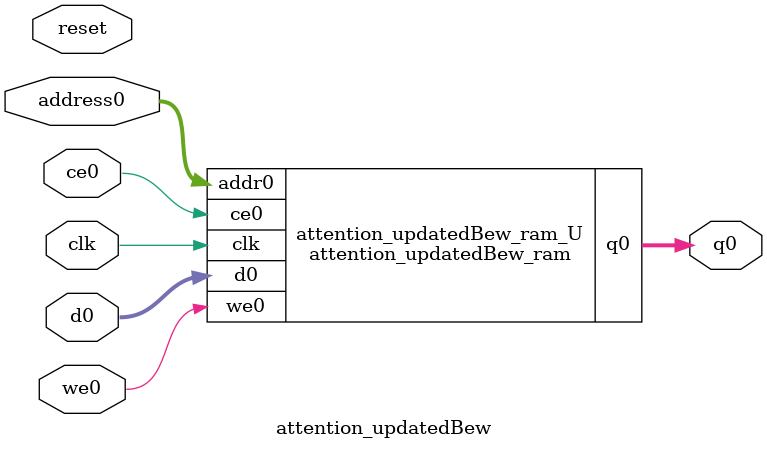
<source format=v>
`timescale 1 ns / 1 ps
module attention_updatedBew_ram (addr0, ce0, d0, we0, q0,  clk);

parameter DWIDTH = 32;
parameter AWIDTH = 14;
parameter MEM_SIZE = 9216;

input[AWIDTH-1:0] addr0;
input ce0;
input[DWIDTH-1:0] d0;
input we0;
output reg[DWIDTH-1:0] q0;
input clk;

(* ram_style = "block" *)reg [DWIDTH-1:0] ram[0:MEM_SIZE-1];




always @(posedge clk)  
begin 
    if (ce0) begin
        if (we0) 
            ram[addr0] <= d0; 
        q0 <= ram[addr0];
    end
end


endmodule

`timescale 1 ns / 1 ps
module attention_updatedBew(
    reset,
    clk,
    address0,
    ce0,
    we0,
    d0,
    q0);

parameter DataWidth = 32'd32;
parameter AddressRange = 32'd9216;
parameter AddressWidth = 32'd14;
input reset;
input clk;
input[AddressWidth - 1:0] address0;
input ce0;
input we0;
input[DataWidth - 1:0] d0;
output[DataWidth - 1:0] q0;



attention_updatedBew_ram attention_updatedBew_ram_U(
    .clk( clk ),
    .addr0( address0 ),
    .ce0( ce0 ),
    .we0( we0 ),
    .d0( d0 ),
    .q0( q0 ));

endmodule


</source>
